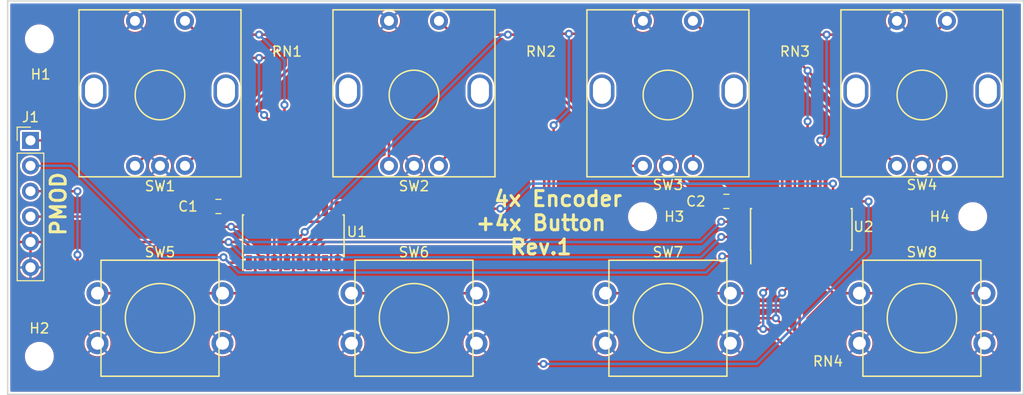
<source format=kicad_pcb>
(kicad_pcb (version 20171130) (host pcbnew 5.0.1+dfsg1-2)
  (layers (0 F.Cu signal) (31 B.Cu signal) (34 B.Paste user hide) (35 F.Paste user hide) (36 B.SilkS user) (37 F.SilkS user) (38 B.Mask user hide) (39 F.Mask user hide) (44 Edge.Cuts user))
  (net 0 "")
  (net 1 /~PL)
  (net 2 /CLK)
  (net 3 /SW2-B)
  (net 4 /SW2-S)
  (net 5 /SW3-A)
  (net 6 /SW3-B)
  (net 7 "Net-(U1-Pad7)")
  (net 8 GND)
  (net 9 /SW1-A)
  (net 10 /SW1-B)
  (net 11 /SW1-S)
  (net 12 /SW2-A)
  (net 13 /~CE)
  (net 14 +3V3)
  (net 15 /SW4-S)
  (net 16 /SW4-B)
  (net 17 /SW4-A)
  (net 18 /SW3-S)
  (net 19 /DOUT)
  (net 20 "Net-(U2-Pad7)")
  (net 21 /SW8-S)
  (net 22 /SW7-S)
  (net 23 /SW6-S)
  (net 24 /SW5-S)
  (net 25 /DATA)
  (module MountingHole:MountingHole_2.5mm (layer F.Cu) (at 199.39 106.68)
    (fp_text reference H4 (at -3.302 0) (layer F.SilkS))
    (fp_text value MountingHole)
    (pad 1 np_thru_hole circle (at 0 0) (size 2.5 2.5) (drill 2.5) (layers *.Cu *.Mask))
  )
  (module MountingHole:MountingHole_2.5mm (layer F.Cu) (at 166.37 106.68)
    (fp_text reference H3 (at 3.175 0) (layer F.SilkS))
    (fp_text value MountingHole)
    (pad 1 np_thru_hole circle (at 0 0) (size 2.5 2.5) (drill 2.5) (layers *.Cu *.Mask))
  )
  (module MountingHole:MountingHole_2.5mm (layer F.Cu) (at 106.045 120.65)
    (fp_text reference H2 (at 0 -2.794) (layer F.SilkS))
    (fp_text value MountingHole)
    (pad 1 np_thru_hole circle (at 0 0) (size 2.5 2.5) (drill 2.5) (layers *.Cu *.Mask))
  )
  (module MountingHole:MountingHole_2.5mm (layer F.Cu) (at 106.045 88.9)
    (fp_text reference H1 (at 0.127 3.556) (layer F.SilkS))
    (fp_text value MountingHole)
    (pad 1 np_thru_hole circle (at 0 0) (size 2.5 2.5) (drill 2.5) (layers *.Cu *.Mask))
  )
  (module Capacitor_SMD:C_0805_2012Metric_Pad1.15x1.40mm_HandSolder (layer F.Cu) (at 174.752 105.156 180)
    (fp_text reference C2 (at 3.048 0) (layer F.SilkS))
    (fp_text value 100nF)
    (fp_line (start -0.261252 0.71) (end 0.261252 0.71) (layer F.SilkS) (width 0.12))
    (fp_line (start -0.261252 -0.71) (end 0.261252 -0.71) (layer F.SilkS) (width 0.12))
    (pad 2 smd roundrect (at 1.025 0 180) (size 1.15 1.4) (layers F.Cu F.Paste F.Mask) (roundrect_rratio 0.217391) (net 8 GND))
    (pad 1 smd roundrect (at -1.025 0 180) (size 1.15 1.4) (layers F.Cu F.Paste F.Mask) (roundrect_rratio 0.217391) (net 14 +3V3))
  )
  (module Capacitor_SMD:C_0805_2012Metric_Pad1.15x1.40mm_HandSolder (layer F.Cu) (at 123.952 105.664 180)
    (fp_text reference C1 (at 3.048 0) (layer F.SilkS))
    (fp_text value 100nF)
    (fp_line (start -0.261252 0.71) (end 0.261252 0.71) (layer F.SilkS) (width 0.12))
    (fp_line (start -0.261252 -0.71) (end 0.261252 -0.71) (layer F.SilkS) (width 0.12))
    (pad 2 smd roundrect (at 1.025 0 180) (size 1.15 1.4) (layers F.Cu F.Paste F.Mask) (roundrect_rratio 0.217391) (net 8 GND))
    (pad 1 smd roundrect (at -1.025 0 180) (size 1.15 1.4) (layers F.Cu F.Paste F.Mask) (roundrect_rratio 0.217391) (net 14 +3V3))
  )
  (module Connector_PinHeader_2.54mm:PinHeader_1x06_P2.54mm_Vertical (layer F.Cu) (at 105.156 99.06)
    (fp_text reference J1 (at 0 -2.33) (layer F.SilkS))
    (fp_text value PMOD)
    (fp_line (start -1.33 -1.33) (end 0 -1.33) (layer F.SilkS) (width 0.12))
    (fp_line (start -1.33 0) (end -1.33 -1.33) (layer F.SilkS) (width 0.12))
    (fp_line (start -1.33 1.27) (end 1.33 1.27) (layer F.SilkS) (width 0.12))
    (fp_line (start 1.33 1.27) (end 1.33 14.03) (layer F.SilkS) (width 0.12))
    (fp_line (start -1.33 1.27) (end -1.33 14.03) (layer F.SilkS) (width 0.12))
    (fp_line (start -1.33 14.03) (end 1.33 14.03) (layer F.SilkS) (width 0.12))
    (pad 6 thru_hole oval (at 0 12.7) (size 1.7 1.7) (drill 1) (layers *.Cu *.Mask) (net 14 +3V3))
    (pad 5 thru_hole oval (at 0 10.16) (size 1.7 1.7) (drill 1) (layers *.Cu *.Mask) (net 8 GND))
    (pad 4 thru_hole oval (at 0 7.62) (size 1.7 1.7) (drill 1) (layers *.Cu *.Mask) (net 2 /CLK))
    (pad 3 thru_hole oval (at 0 5.08) (size 1.7 1.7) (drill 1) (layers *.Cu *.Mask) (net 19 /DOUT))
    (pad 2 thru_hole oval (at 0 2.54) (size 1.7 1.7) (drill 1) (layers *.Cu *.Mask) (net 1 /~PL))
    (pad 1 thru_hole rect (at 0 0) (size 1.7 1.7) (drill 1) (layers *.Cu *.Mask) (net 13 /~CE))
  )
  (module Matthias:Bourns-CAY16 (layer F.Cu) (at 129.54 87.63)
    (fp_text reference RN1 (at 1.27 2.54) (layer F.SilkS))
    (fp_text value "4x 10k")
    (pad 8 smd rect (at 0 -0.85) (size 0.4 0.9) (layers F.Cu F.Paste F.Mask) (net 8 GND))
    (pad 7 smd rect (at 0.8 -0.85) (size 0.4 0.9) (layers F.Cu F.Paste F.Mask) (net 8 GND))
    (pad 6 smd rect (at 1.6 -0.85) (size 0.4 0.9) (layers F.Cu F.Paste F.Mask) (net 8 GND))
    (pad 5 smd rect (at 2.4 -0.85) (size 0.4 0.9) (layers F.Cu F.Paste F.Mask) (net 8 GND))
    (pad 4 smd rect (at 2.4 0.85) (size 0.4 0.9) (layers F.Cu F.Paste F.Mask) (net 12 /SW2-A))
    (pad 3 smd rect (at 1.6 0.85) (size 0.4 0.9) (layers F.Cu F.Paste F.Mask) (net 10 /SW1-B))
    (pad 2 smd rect (at 0.8 0.85) (size 0.4 0.9) (layers F.Cu F.Paste F.Mask) (net 9 /SW1-A))
    (pad 1 smd rect (at 0 0.85) (size 0.4 0.9) (layers F.Cu F.Paste F.Mask) (net 11 /SW1-S))
  )
  (module Matthias:Bourns-CAY16 (layer F.Cu) (at 154.94 87.63)
    (fp_text reference RN2 (at 1.27 2.54) (layer F.SilkS))
    (fp_text value "4x 10k")
    (pad 8 smd rect (at 0 -0.85) (size 0.4 0.9) (layers F.Cu F.Paste F.Mask) (net 8 GND))
    (pad 7 smd rect (at 0.8 -0.85) (size 0.4 0.9) (layers F.Cu F.Paste F.Mask) (net 8 GND))
    (pad 6 smd rect (at 1.6 -0.85) (size 0.4 0.9) (layers F.Cu F.Paste F.Mask) (net 8 GND))
    (pad 5 smd rect (at 2.4 -0.85) (size 0.4 0.9) (layers F.Cu F.Paste F.Mask) (net 8 GND))
    (pad 4 smd rect (at 2.4 0.85) (size 0.4 0.9) (layers F.Cu F.Paste F.Mask) (net 6 /SW3-B))
    (pad 3 smd rect (at 1.6 0.85) (size 0.4 0.9) (layers F.Cu F.Paste F.Mask) (net 5 /SW3-A))
    (pad 2 smd rect (at 0.8 0.85) (size 0.4 0.9) (layers F.Cu F.Paste F.Mask) (net 3 /SW2-B))
    (pad 1 smd rect (at 0 0.85) (size 0.4 0.9) (layers F.Cu F.Paste F.Mask) (net 4 /SW2-S))
  )
  (module Matthias:Bourns-CAY16 (layer F.Cu) (at 180.34 87.63)
    (fp_text reference RN3 (at 1.27 2.54) (layer F.SilkS))
    (fp_text value "4x 10k")
    (pad 8 smd rect (at 0 -0.85) (size 0.4 0.9) (layers F.Cu F.Paste F.Mask) (net 8 GND))
    (pad 7 smd rect (at 0.8 -0.85) (size 0.4 0.9) (layers F.Cu F.Paste F.Mask) (net 8 GND))
    (pad 6 smd rect (at 1.6 -0.85) (size 0.4 0.9) (layers F.Cu F.Paste F.Mask) (net 8 GND))
    (pad 5 smd rect (at 2.4 -0.85) (size 0.4 0.9) (layers F.Cu F.Paste F.Mask) (net 8 GND))
    (pad 4 smd rect (at 2.4 0.85) (size 0.4 0.9) (layers F.Cu F.Paste F.Mask) (net 15 /SW4-S))
    (pad 3 smd rect (at 1.6 0.85) (size 0.4 0.9) (layers F.Cu F.Paste F.Mask) (net 16 /SW4-B))
    (pad 2 smd rect (at 0.8 0.85) (size 0.4 0.9) (layers F.Cu F.Paste F.Mask) (net 17 /SW4-A))
    (pad 1 smd rect (at 0 0.85) (size 0.4 0.9) (layers F.Cu F.Paste F.Mask) (net 18 /SW3-S))
  )
  (module Matthias:Bourns-CAY16 (layer F.Cu) (at 182.88 121.07 180)
    (fp_text reference RN4 (at -2.032 -0.088 180) (layer F.SilkS))
    (fp_text value "4x 10k")
    (pad 8 smd rect (at 0 -0.85 180) (size 0.4 0.9) (layers F.Cu F.Paste F.Mask) (net 8 GND))
    (pad 7 smd rect (at 0.8 -0.85 180) (size 0.4 0.9) (layers F.Cu F.Paste F.Mask) (net 8 GND))
    (pad 6 smd rect (at 1.6 -0.85 180) (size 0.4 0.9) (layers F.Cu F.Paste F.Mask) (net 8 GND))
    (pad 5 smd rect (at 2.4 -0.85 180) (size 0.4 0.9) (layers F.Cu F.Paste F.Mask) (net 8 GND))
    (pad 4 smd rect (at 2.4 0.85 180) (size 0.4 0.9) (layers F.Cu F.Paste F.Mask) (net 24 /SW5-S))
    (pad 3 smd rect (at 1.6 0.85 180) (size 0.4 0.9) (layers F.Cu F.Paste F.Mask) (net 23 /SW6-S))
    (pad 2 smd rect (at 0.8 0.85 180) (size 0.4 0.9) (layers F.Cu F.Paste F.Mask) (net 22 /SW7-S))
    (pad 1 smd rect (at 0 0.85 180) (size 0.4 0.9) (layers F.Cu F.Paste F.Mask) (net 21 /SW8-S))
  )
  (module Matthias:Bourns-PEC11R (layer F.Cu) (at 143.51 101.6)
    (fp_text reference SW2 (at 0 2.032) (layer F.SilkS))
    (fp_text value "Bourns PEC11R-4220F-S0024")
    (fp_circle (center 0 -7.083948) (end 1.6 -5.183948) (layer F.SilkS) (width 0.15))
    (fp_line (start -8.1 -15.6) (end -8.1 1.1) (layer F.SilkS) (width 0.15))
    (fp_line (start 8.1 -15.6) (end -8.1 -15.6) (layer F.SilkS) (width 0.15))
    (fp_line (start 8.1 1.1) (end 8.1 -15.6) (layer F.SilkS) (width 0.15))
    (fp_line (start -8.1 1.1) (end 8.1 1.1) (layer F.SilkS) (width 0.15))
    (pad SH2 thru_hole oval (at 6.6 -7.5) (size 2.5 3.3) (drill oval 1.8 2.6) (layers *.Cu *.Mask))
    (pad SH1 thru_hole oval (at -6.6 -7.5) (size 2.5 3.3) (drill oval 1.8 2.6) (layers *.Cu *.Mask))
    (pad S1 thru_hole circle (at -2.5 -14.5) (size 1.8 1.8) (drill 1) (layers *.Cu *.Mask) (net 14 +3V3))
    (pad S2 thru_hole circle (at 2.5 -14.5) (size 1.8 1.8) (drill 1) (layers *.Cu *.Mask) (net 4 /SW2-S))
    (pad B thru_hole circle (at 2.5 0) (size 1.8 1.8) (drill 1) (layers *.Cu *.Mask) (net 3 /SW2-B))
    (pad C thru_hole circle (at 0 0) (size 1.8 1.8) (drill 1) (layers *.Cu *.Mask) (net 14 +3V3))
    (pad A thru_hole circle (at -2.5 0) (size 1.8 1.8) (drill 1) (layers *.Cu *.Mask) (net 12 /SW2-A))
  )
  (module Matthias:Bourns-PEC11R (layer F.Cu) (at 194.31 101.6)
    (fp_text reference SW4 (at 0 1.905) (layer F.SilkS))
    (fp_text value "Bourns PEC11R-4220F-S0024")
    (fp_circle (center 0 -7.083948) (end 1.6 -5.183948) (layer F.SilkS) (width 0.15))
    (fp_line (start -8.1 -15.6) (end -8.1 1.1) (layer F.SilkS) (width 0.15))
    (fp_line (start 8.1 -15.6) (end -8.1 -15.6) (layer F.SilkS) (width 0.15))
    (fp_line (start 8.1 1.1) (end 8.1 -15.6) (layer F.SilkS) (width 0.15))
    (fp_line (start -8.1 1.1) (end 8.1 1.1) (layer F.SilkS) (width 0.15))
    (pad SH2 thru_hole oval (at 6.6 -7.5) (size 2.5 3.3) (drill oval 1.8 2.6) (layers *.Cu *.Mask))
    (pad SH1 thru_hole oval (at -6.6 -7.5) (size 2.5 3.3) (drill oval 1.8 2.6) (layers *.Cu *.Mask))
    (pad S1 thru_hole circle (at -2.5 -14.5) (size 1.8 1.8) (drill 1) (layers *.Cu *.Mask) (net 14 +3V3))
    (pad S2 thru_hole circle (at 2.5 -14.5) (size 1.8 1.8) (drill 1) (layers *.Cu *.Mask) (net 15 /SW4-S))
    (pad B thru_hole circle (at 2.5 0) (size 1.8 1.8) (drill 1) (layers *.Cu *.Mask) (net 16 /SW4-B))
    (pad C thru_hole circle (at 0 0) (size 1.8 1.8) (drill 1) (layers *.Cu *.Mask) (net 14 +3V3))
    (pad A thru_hole circle (at -2.5 0) (size 1.8 1.8) (drill 1) (layers *.Cu *.Mask) (net 17 /SW4-A))
  )
  (module Matthias:Bourns-PEC11R (layer F.Cu) (at 118.11 101.6)
    (fp_text reference SW1 (at 0 2.032) (layer F.SilkS))
    (fp_text value "Bourns PEC11R-4220F-S0024")
    (fp_circle (center 0 -7.083948) (end 1.6 -5.183948) (layer F.SilkS) (width 0.15))
    (fp_line (start -8.1 -15.6) (end -8.1 1.1) (layer F.SilkS) (width 0.15))
    (fp_line (start 8.1 -15.6) (end -8.1 -15.6) (layer F.SilkS) (width 0.15))
    (fp_line (start 8.1 1.1) (end 8.1 -15.6) (layer F.SilkS) (width 0.15))
    (fp_line (start -8.1 1.1) (end 8.1 1.1) (layer F.SilkS) (width 0.15))
    (pad SH2 thru_hole oval (at 6.6 -7.5) (size 2.5 3.3) (drill oval 1.8 2.6) (layers *.Cu *.Mask))
    (pad SH1 thru_hole oval (at -6.6 -7.5) (size 2.5 3.3) (drill oval 1.8 2.6) (layers *.Cu *.Mask))
    (pad S1 thru_hole circle (at -2.5 -14.5) (size 1.8 1.8) (drill 1) (layers *.Cu *.Mask) (net 14 +3V3))
    (pad S2 thru_hole circle (at 2.5 -14.5) (size 1.8 1.8) (drill 1) (layers *.Cu *.Mask) (net 11 /SW1-S))
    (pad B thru_hole circle (at 2.5 0) (size 1.8 1.8) (drill 1) (layers *.Cu *.Mask) (net 10 /SW1-B))
    (pad C thru_hole circle (at 0 0) (size 1.8 1.8) (drill 1) (layers *.Cu *.Mask) (net 14 +3V3))
    (pad A thru_hole circle (at -2.5 0) (size 1.8 1.8) (drill 1) (layers *.Cu *.Mask) (net 9 /SW1-A))
  )
  (module Matthias:Bourns-PEC11R (layer F.Cu) (at 168.91 101.6)
    (fp_text reference SW3 (at 0 1.905) (layer F.SilkS))
    (fp_text value "Bourns PEC11R-4220F-S0024")
    (fp_circle (center 0 -7.083948) (end 1.6 -5.183948) (layer F.SilkS) (width 0.15))
    (fp_line (start -8.1 -15.6) (end -8.1 1.1) (layer F.SilkS) (width 0.15))
    (fp_line (start 8.1 -15.6) (end -8.1 -15.6) (layer F.SilkS) (width 0.15))
    (fp_line (start 8.1 1.1) (end 8.1 -15.6) (layer F.SilkS) (width 0.15))
    (fp_line (start -8.1 1.1) (end 8.1 1.1) (layer F.SilkS) (width 0.15))
    (pad SH2 thru_hole oval (at 6.6 -7.5) (size 2.5 3.3) (drill oval 1.8 2.6) (layers *.Cu *.Mask))
    (pad SH1 thru_hole oval (at -6.6 -7.5) (size 2.5 3.3) (drill oval 1.8 2.6) (layers *.Cu *.Mask))
    (pad S1 thru_hole circle (at -2.5 -14.5) (size 1.8 1.8) (drill 1) (layers *.Cu *.Mask) (net 14 +3V3))
    (pad S2 thru_hole circle (at 2.5 -14.5) (size 1.8 1.8) (drill 1) (layers *.Cu *.Mask) (net 18 /SW3-S))
    (pad B thru_hole circle (at 2.5 0) (size 1.8 1.8) (drill 1) (layers *.Cu *.Mask) (net 6 /SW3-B))
    (pad C thru_hole circle (at 0 0) (size 1.8 1.8) (drill 1) (layers *.Cu *.Mask) (net 14 +3V3))
    (pad A thru_hole circle (at -2.5 0) (size 1.8 1.8) (drill 1) (layers *.Cu *.Mask) (net 5 /SW3-A))
  )
  (module Matthias:Sparkfun-Button (layer F.Cu) (at 118.11 116.84)
    (fp_text reference SW5 (at 0 -6.604) (layer F.SilkS))
    (fp_text value Sparkfun-Button)
    (fp_circle (center 0 0) (end 2.5 2.4) (layer F.SilkS) (width 0.15))
    (fp_line (start -5.9 5.8) (end 5.9 5.8) (layer F.SilkS) (width 0.15))
    (fp_line (start -5.9 -5.8) (end -5.9 5.8) (layer F.SilkS) (width 0.15))
    (fp_line (start 5.9 -5.8) (end -5.9 -5.8) (layer F.SilkS) (width 0.15))
    (fp_line (start 5.9 5.8) (end 5.9 -5.8) (layer F.SilkS) (width 0.15))
    (pad 4 thru_hole circle (at -6.25 -2.5) (size 2.2 2.2) (drill 1.3) (layers *.Cu *.Mask) (net 24 /SW5-S))
    (pad 3 thru_hole circle (at 6.25 -2.5) (size 2.2 2.2) (drill 1.3) (layers *.Cu *.Mask) (net 24 /SW5-S))
    (pad 2 thru_hole circle (at 6.25 2.5) (size 2.2 2.2) (drill 1.3) (layers *.Cu *.Mask) (net 14 +3V3))
    (pad 1 thru_hole circle (at -6.25 2.5) (size 2.2 2.2) (drill 1.3) (layers *.Cu *.Mask) (net 14 +3V3))
  )
  (module Matthias:Sparkfun-Button (layer F.Cu) (at 143.51 116.84)
    (fp_text reference SW6 (at 0 -6.604) (layer F.SilkS))
    (fp_text value Sparkfun-Button)
    (fp_circle (center 0 0) (end 2.5 2.4) (layer F.SilkS) (width 0.15))
    (fp_line (start -5.9 5.8) (end 5.9 5.8) (layer F.SilkS) (width 0.15))
    (fp_line (start -5.9 -5.8) (end -5.9 5.8) (layer F.SilkS) (width 0.15))
    (fp_line (start 5.9 -5.8) (end -5.9 -5.8) (layer F.SilkS) (width 0.15))
    (fp_line (start 5.9 5.8) (end 5.9 -5.8) (layer F.SilkS) (width 0.15))
    (pad 4 thru_hole circle (at -6.25 -2.5) (size 2.2 2.2) (drill 1.3) (layers *.Cu *.Mask) (net 23 /SW6-S))
    (pad 3 thru_hole circle (at 6.25 -2.5) (size 2.2 2.2) (drill 1.3) (layers *.Cu *.Mask) (net 23 /SW6-S))
    (pad 2 thru_hole circle (at 6.25 2.5) (size 2.2 2.2) (drill 1.3) (layers *.Cu *.Mask) (net 14 +3V3))
    (pad 1 thru_hole circle (at -6.25 2.5) (size 2.2 2.2) (drill 1.3) (layers *.Cu *.Mask) (net 14 +3V3))
  )
  (module Matthias:Sparkfun-Button (layer F.Cu) (at 168.91 116.84)
    (fp_text reference SW7 (at 0 -6.604) (layer F.SilkS))
    (fp_text value Sparkfun-Button)
    (fp_circle (center 0 0) (end 2.5 2.4) (layer F.SilkS) (width 0.15))
    (fp_line (start -5.9 5.8) (end 5.9 5.8) (layer F.SilkS) (width 0.15))
    (fp_line (start -5.9 -5.8) (end -5.9 5.8) (layer F.SilkS) (width 0.15))
    (fp_line (start 5.9 -5.8) (end -5.9 -5.8) (layer F.SilkS) (width 0.15))
    (fp_line (start 5.9 5.8) (end 5.9 -5.8) (layer F.SilkS) (width 0.15))
    (pad 4 thru_hole circle (at -6.25 -2.5) (size 2.2 2.2) (drill 1.3) (layers *.Cu *.Mask) (net 22 /SW7-S))
    (pad 3 thru_hole circle (at 6.25 -2.5) (size 2.2 2.2) (drill 1.3) (layers *.Cu *.Mask) (net 22 /SW7-S))
    (pad 2 thru_hole circle (at 6.25 2.5) (size 2.2 2.2) (drill 1.3) (layers *.Cu *.Mask) (net 14 +3V3))
    (pad 1 thru_hole circle (at -6.25 2.5) (size 2.2 2.2) (drill 1.3) (layers *.Cu *.Mask) (net 14 +3V3))
  )
  (module Matthias:Sparkfun-Button (layer F.Cu) (at 194.31 116.84)
    (fp_text reference SW8 (at 0 -6.604) (layer F.SilkS))
    (fp_text value Sparkfun-Button)
    (fp_circle (center 0 0) (end 2.5 2.4) (layer F.SilkS) (width 0.15))
    (fp_line (start -5.9 5.8) (end 5.9 5.8) (layer F.SilkS) (width 0.15))
    (fp_line (start -5.9 -5.8) (end -5.9 5.8) (layer F.SilkS) (width 0.15))
    (fp_line (start 5.9 -5.8) (end -5.9 -5.8) (layer F.SilkS) (width 0.15))
    (fp_line (start 5.9 5.8) (end 5.9 -5.8) (layer F.SilkS) (width 0.15))
    (pad 4 thru_hole circle (at -6.25 -2.5) (size 2.2 2.2) (drill 1.3) (layers *.Cu *.Mask) (net 21 /SW8-S))
    (pad 3 thru_hole circle (at 6.25 -2.5) (size 2.2 2.2) (drill 1.3) (layers *.Cu *.Mask) (net 21 /SW8-S))
    (pad 2 thru_hole circle (at 6.25 2.5) (size 2.2 2.2) (drill 1.3) (layers *.Cu *.Mask) (net 14 +3V3))
    (pad 1 thru_hole circle (at -6.25 2.5) (size 2.2 2.2) (drill 1.3) (layers *.Cu *.Mask) (net 14 +3V3))
  )
  (module Package_SO:SOIC-16_3.9x9.9mm_P1.27mm (layer F.Cu) (at 182.245 107.95 90)
    (fp_text reference U2 (at 0.254 6.223) (layer F.SilkS))
    (fp_text value 74LS165)
    (fp_line (start -2.075 -5.05) (end -3.45 -5.05) (layer F.SilkS) (width 0.15))
    (fp_line (start -2.075 5.075) (end 2.075 5.075) (layer F.SilkS) (width 0.15))
    (fp_line (start -2.075 -5.075) (end 2.075 -5.075) (layer F.SilkS) (width 0.15))
    (fp_line (start -2.075 5.075) (end -2.075 4.97) (layer F.SilkS) (width 0.15))
    (fp_line (start 2.075 5.075) (end 2.075 4.97) (layer F.SilkS) (width 0.15))
    (fp_line (start 2.075 -5.075) (end 2.075 -4.97) (layer F.SilkS) (width 0.15))
    (fp_line (start -2.075 -5.075) (end -2.075 -5.05) (layer F.SilkS) (width 0.15))
    (pad 16 smd rect (at 2.7 -4.445 90) (size 1.5 0.6) (layers F.Cu F.Paste F.Mask) (net 14 +3V3))
    (pad 15 smd rect (at 2.7 -3.175 90) (size 1.5 0.6) (layers F.Cu F.Paste F.Mask) (net 13 /~CE))
    (pad 14 smd rect (at 2.7 -1.905 90) (size 1.5 0.6) (layers F.Cu F.Paste F.Mask) (net 18 /SW3-S))
    (pad 13 smd rect (at 2.7 -0.635 90) (size 1.5 0.6) (layers F.Cu F.Paste F.Mask) (net 17 /SW4-A))
    (pad 12 smd rect (at 2.7 0.635 90) (size 1.5 0.6) (layers F.Cu F.Paste F.Mask) (net 16 /SW4-B))
    (pad 11 smd rect (at 2.7 1.905 90) (size 1.5 0.6) (layers F.Cu F.Paste F.Mask) (net 15 /SW4-S))
    (pad 10 smd rect (at 2.7 3.175 90) (size 1.5 0.6) (layers F.Cu F.Paste F.Mask) (net 25 /DATA))
    (pad 9 smd rect (at 2.7 4.445 90) (size 1.5 0.6) (layers F.Cu F.Paste F.Mask) (net 19 /DOUT))
    (pad 8 smd rect (at -2.7 4.445 90) (size 1.5 0.6) (layers F.Cu F.Paste F.Mask) (net 8 GND))
    (pad 7 smd rect (at -2.7 3.175 90) (size 1.5 0.6) (layers F.Cu F.Paste F.Mask) (net 20 "Net-(U2-Pad7)"))
    (pad 6 smd rect (at -2.7 1.905 90) (size 1.5 0.6) (layers F.Cu F.Paste F.Mask) (net 21 /SW8-S))
    (pad 5 smd rect (at -2.7 0.635 90) (size 1.5 0.6) (layers F.Cu F.Paste F.Mask) (net 22 /SW7-S))
    (pad 4 smd rect (at -2.7 -0.635 90) (size 1.5 0.6) (layers F.Cu F.Paste F.Mask) (net 23 /SW6-S))
    (pad 3 smd rect (at -2.7 -1.905 90) (size 1.5 0.6) (layers F.Cu F.Paste F.Mask) (net 24 /SW5-S))
    (pad 2 smd rect (at -2.7 -3.175 90) (size 1.5 0.6) (layers F.Cu F.Paste F.Mask) (net 2 /CLK))
    (pad 1 smd rect (at -2.7 -4.445 90) (size 1.5 0.6) (layers F.Cu F.Paste F.Mask) (net 1 /~PL))
  )
  (module Package_SO:SOIC-16_3.9x9.9mm_P1.27mm (layer F.Cu) (at 131.445 108.585 90)
    (fp_text reference U1 (at 0.381 6.35 180) (layer F.SilkS))
    (fp_text value 74LS165)
    (fp_line (start -2.075 -5.05) (end -3.45 -5.05) (layer F.SilkS) (width 0.15))
    (fp_line (start -2.075 5.075) (end 2.075 5.075) (layer F.SilkS) (width 0.15))
    (fp_line (start -2.075 -5.075) (end 2.075 -5.075) (layer F.SilkS) (width 0.15))
    (fp_line (start -2.075 5.075) (end -2.075 4.97) (layer F.SilkS) (width 0.15))
    (fp_line (start 2.075 5.075) (end 2.075 4.97) (layer F.SilkS) (width 0.15))
    (fp_line (start 2.075 -5.075) (end 2.075 -4.97) (layer F.SilkS) (width 0.15))
    (fp_line (start -2.075 -5.075) (end -2.075 -5.05) (layer F.SilkS) (width 0.15))
    (pad 16 smd rect (at 2.7 -4.445 90) (size 1.5 0.6) (layers F.Cu F.Paste F.Mask) (net 14 +3V3))
    (pad 15 smd rect (at 2.7 -3.175 90) (size 1.5 0.6) (layers F.Cu F.Paste F.Mask) (net 13 /~CE))
    (pad 14 smd rect (at 2.7 -1.905 90) (size 1.5 0.6) (layers F.Cu F.Paste F.Mask) (net 9 /SW1-A))
    (pad 13 smd rect (at 2.7 -0.635 90) (size 1.5 0.6) (layers F.Cu F.Paste F.Mask) (net 11 /SW1-S))
    (pad 12 smd rect (at 2.7 0.635 90) (size 1.5 0.6) (layers F.Cu F.Paste F.Mask) (net 10 /SW1-B))
    (pad 11 smd rect (at 2.7 1.905 90) (size 1.5 0.6) (layers F.Cu F.Paste F.Mask) (net 12 /SW2-A))
    (pad 10 smd rect (at 2.7 3.175 90) (size 1.5 0.6) (layers F.Cu F.Paste F.Mask) (net 8 GND))
    (pad 9 smd rect (at 2.7 4.445 90) (size 1.5 0.6) (layers F.Cu F.Paste F.Mask) (net 25 /DATA))
    (pad 8 smd rect (at -2.7 4.445 90) (size 1.5 0.6) (layers F.Cu F.Paste F.Mask) (net 8 GND))
    (pad 7 smd rect (at -2.7 3.175 90) (size 1.5 0.6) (layers F.Cu F.Paste F.Mask) (net 7 "Net-(U1-Pad7)"))
    (pad 6 smd rect (at -2.7 1.905 90) (size 1.5 0.6) (layers F.Cu F.Paste F.Mask) (net 6 /SW3-B))
    (pad 5 smd rect (at -2.7 0.635 90) (size 1.5 0.6) (layers F.Cu F.Paste F.Mask) (net 5 /SW3-A))
    (pad 4 smd rect (at -2.7 -0.635 90) (size 1.5 0.6) (layers F.Cu F.Paste F.Mask) (net 4 /SW2-S))
    (pad 3 smd rect (at -2.7 -1.905 90) (size 1.5 0.6) (layers F.Cu F.Paste F.Mask) (net 3 /SW2-B))
    (pad 2 smd rect (at -2.7 -3.175 90) (size 1.5 0.6) (layers F.Cu F.Paste F.Mask) (net 2 /CLK))
    (pad 1 smd rect (at -2.7 -4.445 90) (size 1.5 0.6) (layers F.Cu F.Paste F.Mask) (net 1 /~PL))
  )
  (gr_text "   4x Encoder\n+4x Button\nRev.1" (at 156.21 107.315) (layer F.SilkS) (effects (font (size 1.5 1.5) (thickness 0.3))))
  (gr_text PMOD (at 107.95 105.41 90) (layer F.SilkS) (effects (font (size 1.5 1.5) (thickness 0.3))))
  (gr_line (start 102.87 85.09) (end 102.87 124.46) (layer Edge.Cuts) (width 0.15))
  (gr_line (start 102.87 124.46) (end 204.47 124.46) (layer Edge.Cuts) (width 0.15))
  (gr_line (start 204.47 85.09) (end 102.87 85.09) (layer Edge.Cuts) (width 0.15))
  (gr_line (start 204.47 124.46) (end 204.47 85.09) (layer Edge.Cuts) (width 0.15))
  (via (at 124.46 110.744) (size 0.8) (drill 0.4) (layers F.Cu B.Cu) (net 1))
  (segment (start 127 111.285) (end 125.001 111.285) (width 0.25) (layer F.Cu) (net 1))
  (segment (start 124.859999 111.143999) (end 124.46 110.744) (width 0.25) (layer F.Cu) (net 1))
  (segment (start 125.001 111.285) (end 124.859999 111.143999) (width 0.25) (layer F.Cu) (net 1))
  (segment (start 177.8 110.65) (end 174.338 110.65) (width 0.25) (layer F.Cu) (net 1))
  (segment (start 174.338 110.65) (end 174.338 110.65) (width 0.25) (layer F.Cu) (net 1))
  (via (at 174.338 110.65) (size 0.8) (drill 0.4) (layers F.Cu B.Cu) (net 1))
  (segment (start 124.46 110.744) (end 125.984 112.268) (width 0.25) (layer B.Cu) (net 1))
  (segment (start 172.72 112.268) (end 174.338 110.65) (width 0.25) (layer B.Cu) (net 1))
  (segment (start 125.984 112.268) (end 172.72 112.268) (width 0.25) (layer B.Cu) (net 1))
  (segment (start 109.22 101.6) (end 105.156 101.6) (width 0.25) (layer B.Cu) (net 1))
  (segment (start 124.46 110.744) (end 118.364 110.744) (width 0.25) (layer B.Cu) (net 1))
  (segment (start 118.364 110.744) (end 109.22 101.6) (width 0.25) (layer B.Cu) (net 1))
  (segment (start 126.655 109.22) (end 125.533685 109.22) (width 0.25) (layer F.Cu) (net 2))
  (via (at 124.968 109.22) (size 0.8) (drill 0.4) (layers F.Cu B.Cu) (net 2))
  (segment (start 128.27 111.285) (end 128.27 110.835) (width 0.25) (layer F.Cu) (net 2))
  (segment (start 128.27 110.835) (end 126.655 109.22) (width 0.25) (layer F.Cu) (net 2))
  (segment (start 125.533685 109.22) (end 124.968 109.22) (width 0.25) (layer F.Cu) (net 2))
  (segment (start 177.582 108.712) (end 174.244 108.712) (width 0.25) (layer F.Cu) (net 2))
  (segment (start 179.07 110.65) (end 179.07 110.2) (width 0.25) (layer F.Cu) (net 2))
  (segment (start 179.07 110.2) (end 177.582 108.712) (width 0.25) (layer F.Cu) (net 2))
  (segment (start 174.244 108.712) (end 174.244 108.712) (width 0.25) (layer F.Cu) (net 2))
  (via (at 174.244 108.712) (size 0.8) (drill 0.4) (layers F.Cu B.Cu) (net 2))
  (segment (start 126.492 110.744) (end 124.968 109.22) (width 0.25) (layer B.Cu) (net 2))
  (segment (start 174.244 108.712) (end 172.212 110.744) (width 0.25) (layer B.Cu) (net 2))
  (segment (start 172.212 110.744) (end 126.492 110.744) (width 0.25) (layer B.Cu) (net 2))
  (segment (start 124.968 109.22) (end 115.824 109.22) (width 0.25) (layer F.Cu) (net 2))
  (segment (start 113.284 106.68) (end 105.156 106.68) (width 0.25) (layer F.Cu) (net 2))
  (segment (start 115.824 109.22) (end 113.284 106.68) (width 0.25) (layer F.Cu) (net 2))
  (segment (start 146.01 101.6) (end 146.01 101.386) (width 0.25) (layer F.Cu) (net 3))
  (segment (start 146.01 101.386) (end 155.74 91.656) (width 0.25) (layer F.Cu) (net 3))
  (segment (start 155.74 91.44) (end 155.74 88.48) (width 0.25) (layer F.Cu) (net 3))
  (segment (start 155.74 91.656) (end 155.74 91.44) (width 0.25) (layer F.Cu) (net 3))
  (segment (start 155.448 91.948) (end 155.74 91.656) (width 0.25) (layer F.Cu) (net 3))
  (segment (start 131.064 107.188) (end 152.908 107.188) (width 0.25) (layer F.Cu) (net 3))
  (segment (start 129.54 111.285) (end 129.54 108.712) (width 0.25) (layer F.Cu) (net 3))
  (segment (start 155.448 104.648) (end 155.448 91.948) (width 0.25) (layer F.Cu) (net 3))
  (segment (start 152.908 107.188) (end 155.448 104.648) (width 0.25) (layer F.Cu) (net 3))
  (segment (start 129.54 108.712) (end 131.064 107.188) (width 0.25) (layer F.Cu) (net 3))
  (segment (start 147.408 88.48) (end 152.908 88.48) (width 0.25) (layer F.Cu) (net 4))
  (segment (start 154.49 88.48) (end 154.94 88.48) (width 0.25) (layer F.Cu) (net 4))
  (segment (start 146.01 87.1) (end 146.028 87.1) (width 0.25) (layer F.Cu) (net 4))
  (segment (start 146.028 87.1) (end 147.408 88.48) (width 0.25) (layer F.Cu) (net 4))
  (segment (start 152.908 88.48) (end 154.49 88.48) (width 0.25) (layer F.Cu) (net 4))
  (via (at 152.908 88.48) (size 0.8) (drill 0.4) (layers F.Cu B.Cu) (net 4))
  (segment (start 132.987999 107.804013) (end 132.588 108.204012) (width 0.25) (layer B.Cu) (net 4))
  (via (at 132.588 108.204012) (size 0.8) (drill 0.4) (layers F.Cu B.Cu) (net 4))
  (segment (start 130.81 109.982012) (end 132.188001 108.604011) (width 0.25) (layer F.Cu) (net 4))
  (segment (start 132.188001 108.604011) (end 132.588 108.204012) (width 0.25) (layer F.Cu) (net 4))
  (segment (start 152.908 88.48) (end 152.312012 88.48) (width 0.25) (layer B.Cu) (net 4))
  (segment (start 152.312012 88.48) (end 132.987999 107.804013) (width 0.25) (layer B.Cu) (net 4))
  (segment (start 130.81 111.285) (end 130.81 109.982012) (width 0.25) (layer F.Cu) (net 4))
  (segment (start 166.41 101.6) (end 165.1 101.6) (width 0.25) (layer F.Cu) (net 5))
  (segment (start 156.54 93.04) (end 156.54 88.48) (width 0.25) (layer F.Cu) (net 5))
  (segment (start 165.1 101.6) (end 156.54 93.04) (width 0.25) (layer F.Cu) (net 5))
  (segment (start 134.112 108.204) (end 153.924 108.204) (width 0.25) (layer F.Cu) (net 5))
  (segment (start 132.08 111.285) (end 132.08 110.236) (width 0.25) (layer F.Cu) (net 5))
  (segment (start 156.54 105.588) (end 156.54 93.04) (width 0.25) (layer F.Cu) (net 5))
  (segment (start 153.924 108.204) (end 156.54 105.588) (width 0.25) (layer F.Cu) (net 5))
  (segment (start 132.08 110.236) (end 134.112 108.204) (width 0.25) (layer F.Cu) (net 5))
  (via (at 159.004 88.392) (size 0.8) (drill 0.4) (layers F.Cu B.Cu) (net 6))
  (via (at 157.48 97.536) (size 0.8) (drill 0.4) (layers F.Cu B.Cu) (net 6))
  (segment (start 160.147 88.392) (end 159.004 88.392) (width 0.25) (layer F.Cu) (net 6))
  (segment (start 171.45 99.695) (end 160.147 88.392) (width 0.25) (layer F.Cu) (net 6))
  (segment (start 171.41 101.6) (end 171.45 101.56) (width 0.25) (layer F.Cu) (net 6))
  (segment (start 171.45 101.56) (end 171.45 99.695) (width 0.25) (layer F.Cu) (net 6))
  (segment (start 157.428 88.392) (end 157.34 88.48) (width 0.25) (layer F.Cu) (net 6))
  (segment (start 159.004 88.392) (end 157.428 88.392) (width 0.25) (layer F.Cu) (net 6))
  (segment (start 157.48 106.172) (end 157.48 99.568) (width 0.25) (layer F.Cu) (net 6))
  (segment (start 154.432 109.22) (end 157.48 106.172) (width 0.25) (layer F.Cu) (net 6))
  (segment (start 134.62 109.22) (end 154.432 109.22) (width 0.25) (layer F.Cu) (net 6))
  (segment (start 157.48 99.568) (end 157.48 97.536) (width 0.25) (layer F.Cu) (net 6))
  (segment (start 133.35 111.285) (end 133.35 110.49) (width 0.25) (layer F.Cu) (net 6))
  (segment (start 133.35 110.49) (end 134.62 109.22) (width 0.25) (layer F.Cu) (net 6))
  (segment (start 159.004 96.012) (end 157.48 97.536) (width 0.25) (layer B.Cu) (net 6))
  (segment (start 159.004 88.392) (end 159.004 96.012) (width 0.25) (layer B.Cu) (net 6))
  (segment (start 116.509999 100.700001) (end 116.509999 98.120001) (width 0.25) (layer F.Cu) (net 9))
  (segment (start 115.61 101.6) (end 116.509999 100.700001) (width 0.25) (layer F.Cu) (net 9))
  (segment (start 116.509999 98.120001) (end 123.825 90.805) (width 0.25) (layer F.Cu) (net 9))
  (segment (start 128.715 90.805) (end 128.715 90.805) (width 0.25) (layer F.Cu) (net 9))
  (segment (start 130.34 89.18) (end 130.34 88.48) (width 0.25) (layer F.Cu) (net 9))
  (segment (start 123.825 90.805) (end 128.715 90.805) (width 0.25) (layer F.Cu) (net 9))
  (segment (start 129.54 105.885) (end 129.54 97.536) (width 0.25) (layer F.Cu) (net 9))
  (segment (start 129.54 97.536) (end 128.524 96.52) (width 0.25) (layer F.Cu) (net 9))
  (segment (start 128.524 96.52) (end 128.524 96.52) (width 0.25) (layer F.Cu) (net 9))
  (via (at 128.524 96.52) (size 0.8) (drill 0.4) (layers F.Cu B.Cu) (net 9))
  (segment (start 128.715 90.805) (end 130.34 89.18) (width 0.25) (layer F.Cu) (net 9))
  (via (at 128.016 90.805) (size 0.8) (drill 0.4) (layers F.Cu B.Cu) (net 9))
  (segment (start 128.016 96.012) (end 128.524 96.52) (width 0.25) (layer B.Cu) (net 9))
  (segment (start 128.016 90.805) (end 128.016 96.012) (width 0.25) (layer B.Cu) (net 9))
  (segment (start 131.14 91.745) (end 131.14 88.48) (width 0.25) (layer F.Cu) (net 10))
  (segment (start 123.317 99.568) (end 131.14 91.745) (width 0.25) (layer F.Cu) (net 10))
  (segment (start 120.61 101.6) (end 122.642 99.568) (width 0.25) (layer F.Cu) (net 10))
  (segment (start 122.642 99.568) (end 123.317 99.568) (width 0.25) (layer F.Cu) (net 10))
  (segment (start 132.08 92.685) (end 131.14 91.745) (width 0.25) (layer F.Cu) (net 10))
  (segment (start 132.08 105.885) (end 132.08 92.685) (width 0.25) (layer F.Cu) (net 10))
  (segment (start 121.99 88.48) (end 128.016 88.48) (width 0.25) (layer F.Cu) (net 11))
  (segment (start 120.61 87.1) (end 121.99 88.48) (width 0.25) (layer F.Cu) (net 11))
  (segment (start 130.81 104.885) (end 130.556 104.631) (width 0.25) (layer F.Cu) (net 11))
  (segment (start 130.81 105.885) (end 130.81 104.885) (width 0.25) (layer F.Cu) (net 11))
  (segment (start 130.556 104.631) (end 130.556 95.504) (width 0.25) (layer F.Cu) (net 11))
  (segment (start 130.556 95.504) (end 130.556 95.504) (width 0.25) (layer F.Cu) (net 11))
  (via (at 130.556 95.504) (size 0.8) (drill 0.4) (layers F.Cu B.Cu) (net 11))
  (segment (start 128.231 88.48) (end 129.54 88.48) (width 0.25) (layer F.Cu) (net 11))
  (via (at 128.016 88.48) (size 0.8) (drill 0.4) (layers F.Cu B.Cu) (net 11))
  (segment (start 130.556 91.02) (end 128.016 88.48) (width 0.25) (layer B.Cu) (net 11))
  (segment (start 130.556 95.504) (end 130.556 91.02) (width 0.25) (layer B.Cu) (net 11))
  (segment (start 141.01 101.6) (end 141.01 93.385) (width 0.25) (layer F.Cu) (net 12))
  (segment (start 141.01 93.385) (end 136.105 88.48) (width 0.25) (layer F.Cu) (net 12))
  (segment (start 133.35 105.885) (end 133.35 88.48) (width 0.25) (layer F.Cu) (net 12))
  (segment (start 136.105 88.48) (end 133.35 88.48) (width 0.25) (layer F.Cu) (net 12))
  (segment (start 133.35 88.48) (end 131.94 88.48) (width 0.25) (layer F.Cu) (net 12))
  (segment (start 125.222 107.696) (end 125.222 107.696) (width 0.25) (layer F.Cu) (net 13))
  (via (at 125.222022 107.696028) (size 0.8) (drill 0.4) (layers F.Cu B.Cu) (net 13))
  (segment (start 128.27 105.885) (end 128.27 106.335) (width 0.25) (layer F.Cu) (net 13))
  (segment (start 126.908972 107.696028) (end 125.787707 107.696028) (width 0.25) (layer F.Cu) (net 13))
  (segment (start 125.787707 107.696028) (end 125.222022 107.696028) (width 0.25) (layer F.Cu) (net 13))
  (segment (start 128.27 106.335) (end 126.908972 107.696028) (width 0.25) (layer F.Cu) (net 13))
  (segment (start 179.07 105.25) (end 179.07 105.7) (width 0.25) (layer F.Cu) (net 13))
  (segment (start 177.582 107.188) (end 174.244 107.188) (width 0.25) (layer F.Cu) (net 13))
  (segment (start 179.07 105.7) (end 177.582 107.188) (width 0.25) (layer F.Cu) (net 13))
  (segment (start 174.244 107.188) (end 174.244 107.188) (width 0.25) (layer F.Cu) (net 13))
  (via (at 174.244 107.188) (size 0.8) (drill 0.4) (layers F.Cu B.Cu) (net 13))
  (segment (start 172.212 109.22) (end 174.244 107.188) (width 0.25) (layer B.Cu) (net 13))
  (segment (start 125.222022 107.696028) (end 126.745994 109.22) (width 0.25) (layer B.Cu) (net 13))
  (segment (start 126.745994 109.22) (end 172.212 109.22) (width 0.25) (layer B.Cu) (net 13))
  (segment (start 125.222022 107.696028) (end 117.348028 107.696028) (width 0.25) (layer F.Cu) (net 13))
  (segment (start 108.712 99.06) (end 105.156 99.06) (width 0.25) (layer F.Cu) (net 13))
  (segment (start 117.348028 107.696028) (end 108.712 99.06) (width 0.25) (layer F.Cu) (net 13))
  (segment (start 175.871 105.25) (end 175.777 105.156) (width 0.25) (layer F.Cu) (net 14))
  (segment (start 177.8 105.25) (end 175.871 105.25) (width 0.25) (layer F.Cu) (net 14))
  (segment (start 175.153628 104.532628) (end 175.777 105.156) (width 0.25) (layer F.Cu) (net 14))
  (segment (start 174.253 103.632) (end 175.153628 104.532628) (width 0.25) (layer F.Cu) (net 14))
  (segment (start 168.91 101.6) (end 170.942 103.632) (width 0.25) (layer F.Cu) (net 14))
  (segment (start 170.942 103.632) (end 174.253 103.632) (width 0.25) (layer F.Cu) (net 14))
  (segment (start 125.198 105.885) (end 124.977 105.664) (width 0.25) (layer F.Cu) (net 14))
  (segment (start 127 105.885) (end 125.198 105.885) (width 0.25) (layer F.Cu) (net 14))
  (segment (start 124.353628 105.040628) (end 124.977 105.664) (width 0.25) (layer F.Cu) (net 14))
  (segment (start 122.945 103.632) (end 124.353628 105.040628) (width 0.25) (layer F.Cu) (net 14))
  (segment (start 118.11 101.6) (end 120.142 103.632) (width 0.25) (layer F.Cu) (net 14))
  (segment (start 120.142 103.632) (end 122.945 103.632) (width 0.25) (layer F.Cu) (net 14))
  (segment (start 195.43 88.48) (end 196.81 87.1) (width 0.25) (layer F.Cu) (net 15))
  (segment (start 182.74 88.48) (end 184.785 88.48) (width 0.25) (layer F.Cu) (net 15))
  (segment (start 184.785 88.48) (end 195.43 88.48) (width 0.25) (layer F.Cu) (net 15))
  (via (at 184.785 88.48) (size 0.8) (drill 0.4) (layers F.Cu B.Cu) (net 15))
  (segment (start 184.15 105.25) (end 184.15 99.06) (width 0.25) (layer F.Cu) (net 15))
  (segment (start 184.15 99.06) (end 184.15 99.06) (width 0.25) (layer F.Cu) (net 15))
  (via (at 184.15 99.06) (size 0.8) (drill 0.4) (layers F.Cu B.Cu) (net 15))
  (segment (start 184.785 98.425) (end 184.785 88.48) (width 0.25) (layer B.Cu) (net 15))
  (segment (start 184.15 99.06) (end 184.785 98.425) (width 0.25) (layer B.Cu) (net 15))
  (segment (start 181.94 91.135) (end 181.94 89.18) (width 0.25) (layer F.Cu) (net 16))
  (segment (start 189.23 98.425) (end 182.88 92.075) (width 0.25) (layer F.Cu) (net 16))
  (segment (start 181.94 89.18) (end 181.94 88.48) (width 0.25) (layer F.Cu) (net 16))
  (segment (start 196.81 101.6) (end 193.635 98.425) (width 0.25) (layer F.Cu) (net 16))
  (segment (start 193.635 98.425) (end 189.23 98.425) (width 0.25) (layer F.Cu) (net 16))
  (segment (start 182.88 105.25) (end 182.88 97.155) (width 0.25) (layer F.Cu) (net 16))
  (segment (start 182.88 92.075) (end 181.94 91.135) (width 0.25) (layer F.Cu) (net 16))
  (via (at 182.88 92.075) (size 0.8) (drill 0.4) (layers F.Cu B.Cu) (net 16))
  (segment (start 182.88 97.155) (end 182.88 97.155) (width 0.25) (layer F.Cu) (net 16))
  (via (at 182.88 97.155) (size 0.8) (drill 0.4) (layers F.Cu B.Cu) (net 16))
  (segment (start 182.88 92.075) (end 182.88 97.155) (width 0.25) (layer B.Cu) (net 16))
  (segment (start 181.14 89.18) (end 181.14 88.48) (width 0.25) (layer F.Cu) (net 17))
  (segment (start 181.14 92.24) (end 181.14 89.18) (width 0.25) (layer F.Cu) (net 17))
  (segment (start 189.600001 100.700001) (end 181.14 92.24) (width 0.25) (layer F.Cu) (net 17))
  (segment (start 191.81 101.6) (end 190.910001 100.700001) (width 0.25) (layer F.Cu) (net 17))
  (segment (start 190.910001 100.700001) (end 189.600001 100.700001) (width 0.25) (layer F.Cu) (net 17))
  (segment (start 181.61 92.71) (end 181.14 92.24) (width 0.25) (layer F.Cu) (net 17))
  (segment (start 181.61 105.25) (end 181.61 92.71) (width 0.25) (layer F.Cu) (net 17))
  (segment (start 172.79 88.48) (end 171.41 87.1) (width 0.25) (layer F.Cu) (net 18))
  (segment (start 180.34 88.48) (end 172.79 88.48) (width 0.25) (layer F.Cu) (net 18))
  (segment (start 180.34 105.25) (end 180.34 88.48) (width 0.25) (layer F.Cu) (net 18))
  (via (at 156.464006 121.412) (size 0.8) (drill 0.4) (layers F.Cu B.Cu) (net 19))
  (segment (start 187.24 105.25) (end 187.334 105.156) (width 0.25) (layer F.Cu) (net 19))
  (segment (start 186.69 105.25) (end 187.24 105.25) (width 0.25) (layer F.Cu) (net 19))
  (segment (start 187.334 105.156) (end 188.976 105.156) (width 0.25) (layer F.Cu) (net 19))
  (segment (start 188.976 105.156) (end 188.976 105.156) (width 0.25) (layer F.Cu) (net 19))
  (via (at 188.976 105.156) (size 0.8) (drill 0.4) (layers F.Cu B.Cu) (net 19))
  (segment (start 177.8 121.412) (end 156.464006 121.412) (width 0.25) (layer B.Cu) (net 19))
  (segment (start 188.976 105.156) (end 188.976 110.236) (width 0.25) (layer B.Cu) (net 19))
  (segment (start 188.976 110.236) (end 177.8 121.412) (width 0.25) (layer B.Cu) (net 19))
  (via (at 109.855 104.14) (size 0.8) (drill 0.4) (layers F.Cu B.Cu) (net 19))
  (segment (start 105.156 104.14) (end 109.855 104.14) (width 0.25) (layer F.Cu) (net 19))
  (segment (start 109.855 111.055685) (end 109.855 110.49) (width 0.25) (layer F.Cu) (net 19))
  (segment (start 109.855 104.14) (end 109.855 104.705685) (width 0.25) (layer B.Cu) (net 19))
  (segment (start 111.252 121.412) (end 109.855 120.015) (width 0.25) (layer F.Cu) (net 19))
  (segment (start 156.464006 121.412) (end 111.252 121.412) (width 0.25) (layer F.Cu) (net 19))
  (via (at 109.855 110.49) (size 0.8) (drill 0.4) (layers F.Cu B.Cu) (net 19))
  (segment (start 109.855 120.015) (end 109.855 111.055685) (width 0.25) (layer F.Cu) (net 19))
  (segment (start 109.855 104.705685) (end 109.855 110.49) (width 0.25) (layer B.Cu) (net 19))
  (segment (start 200.56 114.34) (end 188.06 114.34) (width 0.25) (layer F.Cu) (net 21))
  (segment (start 188.06 114.34) (end 186.504366 114.34) (width 0.25) (layer F.Cu) (net 21))
  (segment (start 182.88 116.84) (end 182.88 120.22) (width 0.25) (layer F.Cu) (net 21))
  (segment (start 186.504366 114.34) (end 185.38 114.34) (width 0.25) (layer F.Cu) (net 21))
  (segment (start 185.38 114.34) (end 182.88 116.84) (width 0.25) (layer F.Cu) (net 21))
  (segment (start 184.15 113.03) (end 184.15 111.65) (width 0.25) (layer F.Cu) (net 21))
  (segment (start 184.15 111.65) (end 184.15 110.65) (width 0.25) (layer F.Cu) (net 21))
  (segment (start 186.504366 114.34) (end 185.46 114.34) (width 0.25) (layer F.Cu) (net 21))
  (segment (start 185.46 114.34) (end 184.15 113.03) (width 0.25) (layer F.Cu) (net 21))
  (segment (start 162.66 114.34) (end 175.16 114.34) (width 0.25) (layer F.Cu) (net 22))
  (segment (start 176.57 114.34) (end 175.16 114.34) (width 0.25) (layer F.Cu) (net 22))
  (segment (start 177.8 115.57) (end 176.57 114.34) (width 0.25) (layer F.Cu) (net 22))
  (segment (start 182.08 120.22) (end 182.08 116.04) (width 0.25) (layer F.Cu) (net 22))
  (segment (start 182.08 116.04) (end 181.61 115.57) (width 0.25) (layer F.Cu) (net 22))
  (segment (start 181.61 115.57) (end 180.975 115.57) (width 0.25) (layer F.Cu) (net 22))
  (segment (start 180.975 115.57) (end 177.8 115.57) (width 0.25) (layer F.Cu) (net 22))
  (segment (start 182.88 114.3) (end 182.88 110.65) (width 0.25) (layer F.Cu) (net 22))
  (segment (start 181.61 115.57) (end 182.88 114.3) (width 0.25) (layer F.Cu) (net 22))
  (segment (start 137.26 114.34) (end 149.76 114.34) (width 0.25) (layer F.Cu) (net 23))
  (segment (start 151.185001 115.765001) (end 149.76 114.34) (width 0.25) (layer F.Cu) (net 23))
  (segment (start 156.405001 115.765001) (end 151.185001 115.765001) (width 0.25) (layer F.Cu) (net 23))
  (segment (start 179.705 116.84) (end 179.705 116.84) (width 0.25) (layer F.Cu) (net 23))
  (segment (start 157.48 116.84) (end 156.405001 115.765001) (width 0.25) (layer F.Cu) (net 23))
  (segment (start 181.28 120.22) (end 181.28 118.415) (width 0.25) (layer F.Cu) (net 23))
  (segment (start 181.28 118.415) (end 179.705 116.84) (width 0.25) (layer F.Cu) (net 23))
  (segment (start 181.61 110.65) (end 181.61 113.03) (width 0.25) (layer F.Cu) (net 23))
  (segment (start 181.61 113.03) (end 180.34 114.3) (width 0.25) (layer F.Cu) (net 23))
  (segment (start 179.705 116.84) (end 157.48 116.84) (width 0.25) (layer F.Cu) (net 23))
  (via (at 179.705 116.84) (size 0.8) (drill 0.4) (layers F.Cu B.Cu) (net 23))
  (segment (start 180.34 114.3) (end 180.34 114.3) (width 0.25) (layer F.Cu) (net 23))
  (via (at 180.34 114.3) (size 0.8) (drill 0.4) (layers F.Cu B.Cu) (net 23))
  (segment (start 179.705 114.935) (end 180.34 114.3) (width 0.25) (layer B.Cu) (net 23))
  (segment (start 179.705 116.84) (end 179.705 114.935) (width 0.25) (layer B.Cu) (net 23))
  (segment (start 111.86 114.34) (end 124.36 114.34) (width 0.25) (layer F.Cu) (net 24))
  (segment (start 178.874999 117.914999) (end 178.435 117.914999) (width 0.25) (layer F.Cu) (net 24))
  (segment (start 180.48 120.22) (end 180.48 119.52) (width 0.25) (layer F.Cu) (net 24))
  (segment (start 180.48 119.52) (end 178.874999 117.914999) (width 0.25) (layer F.Cu) (net 24))
  (segment (start 180.34 110.65) (end 180.34 112.395) (width 0.25) (layer F.Cu) (net 24))
  (segment (start 180.34 112.395) (end 178.435 114.3) (width 0.25) (layer F.Cu) (net 24))
  (segment (start 178.435 114.3) (end 178.435 114.3) (width 0.25) (layer F.Cu) (net 24))
  (via (at 178.435 114.3) (size 0.8) (drill 0.4) (layers F.Cu B.Cu) (net 24))
  (via (at 178.435 117.914999) (size 0.8) (drill 0.4) (layers F.Cu B.Cu) (net 24))
  (segment (start 178.435 114.3) (end 178.435 117.914999) (width 0.25) (layer B.Cu) (net 24))
  (segment (start 133.096 117.856) (end 129.58 114.34) (width 0.25) (layer F.Cu) (net 24))
  (segment (start 178.435 117.914999) (end 178.376001 117.856) (width 0.25) (layer F.Cu) (net 24))
  (segment (start 129.58 114.34) (end 124.36 114.34) (width 0.25) (layer F.Cu) (net 24))
  (segment (start 178.376001 117.856) (end 133.096 117.856) (width 0.25) (layer F.Cu) (net 24))
  (segment (start 185.42 105.25) (end 185.42 103.378) (width 0.25) (layer F.Cu) (net 25))
  (segment (start 185.42 103.378) (end 185.42 103.378) (width 0.25) (layer F.Cu) (net 25))
  (via (at 185.42 103.378) (size 0.8) (drill 0.4) (layers F.Cu B.Cu) (net 25))
  (segment (start 151.351 105.885) (end 151.351 105.885) (width 0.25) (layer F.Cu) (net 25))
  (via (at 152.146 105.885) (size 0.8) (drill 0.4) (layers F.Cu B.Cu) (net 25))
  (segment (start 135.89 105.885) (end 152.146 105.885) (width 0.25) (layer F.Cu) (net 25))
  (segment (start 152.711685 105.885) (end 152.146 105.885) (width 0.25) (layer B.Cu) (net 25))
  (segment (start 185.42 103.378) (end 155.218685 103.378) (width 0.25) (layer B.Cu) (net 25))
  (segment (start 155.218685 103.378) (end 152.711685 105.885) (width 0.25) (layer B.Cu) (net 25))
  (zone (net 8) (net_name GND) (layer F.Cu) (connect_pads (clearance 0.2)) (min_thickness 0.2) (fill yes (arc_segments 32) (thermal_gap 0.25) (thermal_bridge_width 0.25))
    (polygon (pts (xy 204.47 124.46) (xy 204.47 85.09) (xy 102.108 85.09) (xy 102.108 124.46)))
  )
  (zone (net 14) (net_name +3V3) (layer B.Cu) (connect_pads (clearance 0.2)) (min_thickness 0.2) (fill yes (arc_segments 32) (thermal_gap 0.25) (thermal_bridge_width 0.25))
    (polygon (pts (xy 204.47 124.46) (xy 204.47 85.09) (xy 102.108 85.09) (xy 102.108 124.46)))
  )
)
</source>
